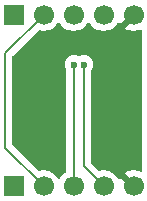
<source format=gbr>
%TF.GenerationSoftware,KiCad,Pcbnew,9.0.2*%
%TF.CreationDate,2025-11-02T17:25:33-06:00*%
%TF.ProjectId,just proximity actually,6a757374-2070-4726-9f78-696d69747920,rev?*%
%TF.SameCoordinates,Original*%
%TF.FileFunction,Copper,L2,Bot*%
%TF.FilePolarity,Positive*%
%FSLAX46Y46*%
G04 Gerber Fmt 4.6, Leading zero omitted, Abs format (unit mm)*
G04 Created by KiCad (PCBNEW 9.0.2) date 2025-11-02 17:25:33*
%MOMM*%
%LPD*%
G01*
G04 APERTURE LIST*
%TA.AperFunction,ComponentPad*%
%ADD10R,1.700000X1.700000*%
%TD*%
%TA.AperFunction,ComponentPad*%
%ADD11C,1.700000*%
%TD*%
%TA.AperFunction,ViaPad*%
%ADD12C,0.600000*%
%TD*%
%TA.AperFunction,Conductor*%
%ADD13C,0.200000*%
%TD*%
G04 APERTURE END LIST*
D10*
%TO.P,J4,1,Pin_1*%
%TO.N,+5V*%
X116320000Y-102100000D03*
D11*
%TO.P,J4,2,Pin_2*%
%TO.N,+3.3V*%
X118860000Y-102100000D03*
%TO.P,J4,3,Pin_3*%
%TO.N,/sda*%
X121400000Y-102100000D03*
%TO.P,J4,4,Pin_4*%
%TO.N,/scl*%
X123940000Y-102100000D03*
%TO.P,J4,5,Pin_5*%
%TO.N,GND*%
X126480000Y-102100000D03*
%TD*%
D10*
%TO.P,J4,1,Pin_1*%
%TO.N,+5V*%
X116320000Y-87600000D03*
D11*
%TO.P,J4,2,Pin_2*%
%TO.N,+3.3V*%
X118860000Y-87600000D03*
%TO.P,J4,3,Pin_3*%
%TO.N,/sda*%
X121400000Y-87600000D03*
%TO.P,J4,4,Pin_4*%
%TO.N,/scl*%
X123940000Y-87600000D03*
%TO.P,J4,5,Pin_5*%
%TO.N,GND*%
X126480000Y-87600000D03*
%TD*%
D12*
%TO.N,/scl*%
X122260000Y-91800000D03*
%TO.N,GND*%
X123300000Y-96300000D03*
X126800000Y-94600000D03*
X123600000Y-99300000D03*
%TO.N,/sda*%
X121460000Y-91800000D03*
%TO.N,GND*%
X125300000Y-92200000D03*
X119500000Y-98500000D03*
X120200000Y-99200000D03*
%TD*%
D13*
%TO.N,/sda*%
X121400000Y-91860000D02*
X121400000Y-102100000D01*
X121460000Y-91800000D02*
X121400000Y-91860000D01*
X121300000Y-101500000D02*
X121400000Y-101600000D01*
%TO.N,/scl*%
X122260000Y-91800000D02*
X122260000Y-100420000D01*
X122260000Y-100420000D02*
X123940000Y-102100000D01*
%TO.N,+3.3V*%
X118860000Y-87600000D02*
X115601000Y-90859000D01*
X115601000Y-90859000D02*
X115601000Y-98841000D01*
X115601000Y-98841000D02*
X118860000Y-102100000D01*
%TD*%
%TA.AperFunction,Conductor*%
%TO.N,GND*%
G36*
X126014075Y-87792993D02*
G01*
X126079901Y-87907007D01*
X126172993Y-88000099D01*
X126287007Y-88065925D01*
X126350589Y-88082962D01*
X125718282Y-88715269D01*
X125718282Y-88715270D01*
X125772449Y-88754624D01*
X125961782Y-88851095D01*
X126163870Y-88916757D01*
X126373754Y-88950000D01*
X126586246Y-88950000D01*
X126796127Y-88916757D01*
X126796130Y-88916757D01*
X126998220Y-88851094D01*
X126998223Y-88851093D01*
X127019203Y-88840403D01*
X127087871Y-88827505D01*
X127152612Y-88853780D01*
X127192871Y-88910885D01*
X127199500Y-88950886D01*
X127199500Y-100749113D01*
X127179815Y-100816152D01*
X127127011Y-100861907D01*
X127057853Y-100871851D01*
X127019206Y-100859598D01*
X126998220Y-100848905D01*
X126796129Y-100783242D01*
X126586246Y-100750000D01*
X126373754Y-100750000D01*
X126163872Y-100783242D01*
X126163869Y-100783242D01*
X125961782Y-100848904D01*
X125772439Y-100945380D01*
X125718282Y-100984727D01*
X125718282Y-100984728D01*
X126350591Y-101617037D01*
X126287007Y-101634075D01*
X126172993Y-101699901D01*
X126079901Y-101792993D01*
X126014075Y-101907007D01*
X125997037Y-101970591D01*
X125364728Y-101338282D01*
X125364727Y-101338282D01*
X125325380Y-101392440D01*
X125325376Y-101392446D01*
X125320760Y-101401505D01*
X125272781Y-101452297D01*
X125204959Y-101469087D01*
X125138826Y-101446543D01*
X125099794Y-101401493D01*
X125095051Y-101392184D01*
X125095049Y-101392181D01*
X125095048Y-101392179D01*
X124970109Y-101220213D01*
X124819786Y-101069890D01*
X124647820Y-100944951D01*
X124458414Y-100848444D01*
X124458413Y-100848443D01*
X124458412Y-100848443D01*
X124256243Y-100782754D01*
X124256241Y-100782753D01*
X124256240Y-100782753D01*
X124094957Y-100757208D01*
X124046287Y-100749500D01*
X123833713Y-100749500D01*
X123805006Y-100754046D01*
X123623757Y-100782753D01*
X123581473Y-100796492D01*
X123511632Y-100798486D01*
X123455476Y-100766241D01*
X122896819Y-100207583D01*
X122863334Y-100146260D01*
X122860500Y-100119902D01*
X122860500Y-92379765D01*
X122880185Y-92312726D01*
X122881398Y-92310874D01*
X122969390Y-92179185D01*
X122969390Y-92179184D01*
X122969394Y-92179179D01*
X123029737Y-92033497D01*
X123060500Y-91878842D01*
X123060500Y-91721158D01*
X123060500Y-91721155D01*
X123060499Y-91721153D01*
X123029738Y-91566510D01*
X123029737Y-91566503D01*
X123029735Y-91566498D01*
X122969397Y-91420827D01*
X122969390Y-91420814D01*
X122881789Y-91289711D01*
X122881786Y-91289707D01*
X122770292Y-91178213D01*
X122770288Y-91178210D01*
X122639185Y-91090609D01*
X122639172Y-91090602D01*
X122493501Y-91030264D01*
X122493489Y-91030261D01*
X122338845Y-90999500D01*
X122338842Y-90999500D01*
X122181158Y-90999500D01*
X122181155Y-90999500D01*
X122026510Y-91030261D01*
X122026498Y-91030264D01*
X121907452Y-91079574D01*
X121837982Y-91087043D01*
X121812548Y-91079574D01*
X121693501Y-91030264D01*
X121693489Y-91030261D01*
X121538845Y-90999500D01*
X121538842Y-90999500D01*
X121381158Y-90999500D01*
X121381155Y-90999500D01*
X121226510Y-91030261D01*
X121226498Y-91030264D01*
X121080827Y-91090602D01*
X121080814Y-91090609D01*
X120949711Y-91178210D01*
X120949707Y-91178213D01*
X120838213Y-91289707D01*
X120838210Y-91289711D01*
X120750609Y-91420814D01*
X120750602Y-91420827D01*
X120690264Y-91566498D01*
X120690261Y-91566510D01*
X120659500Y-91721153D01*
X120659500Y-91878846D01*
X120690261Y-92033489D01*
X120690264Y-92033501D01*
X120750603Y-92179174D01*
X120750604Y-92179175D01*
X120750606Y-92179179D01*
X120778602Y-92221077D01*
X120799480Y-92287754D01*
X120799500Y-92289968D01*
X120799500Y-100814281D01*
X120779815Y-100881320D01*
X120731795Y-100924765D01*
X120692185Y-100944947D01*
X120692184Y-100944948D01*
X120520213Y-101069890D01*
X120369890Y-101220213D01*
X120244949Y-101392182D01*
X120240484Y-101400946D01*
X120192509Y-101451742D01*
X120124688Y-101468536D01*
X120058553Y-101445998D01*
X120019516Y-101400946D01*
X120015050Y-101392182D01*
X119890109Y-101220213D01*
X119739786Y-101069890D01*
X119567820Y-100944951D01*
X119378414Y-100848444D01*
X119378413Y-100848443D01*
X119378412Y-100848443D01*
X119176243Y-100782754D01*
X119176241Y-100782753D01*
X119176240Y-100782753D01*
X119014957Y-100757208D01*
X118966287Y-100749500D01*
X118753713Y-100749500D01*
X118725006Y-100754046D01*
X118543757Y-100782753D01*
X118501473Y-100796492D01*
X118431632Y-100798486D01*
X118375476Y-100766241D01*
X116237819Y-98628584D01*
X116204334Y-98567261D01*
X116201500Y-98540903D01*
X116201500Y-91159096D01*
X116221185Y-91092057D01*
X116237814Y-91071420D01*
X118375478Y-88933755D01*
X118436799Y-88900272D01*
X118501473Y-88903506D01*
X118543757Y-88917246D01*
X118753713Y-88950500D01*
X118753714Y-88950500D01*
X118966286Y-88950500D01*
X118966287Y-88950500D01*
X119176243Y-88917246D01*
X119378412Y-88851557D01*
X119567816Y-88755051D01*
X119622572Y-88715269D01*
X119739786Y-88630109D01*
X119739788Y-88630106D01*
X119739792Y-88630104D01*
X119890104Y-88479792D01*
X119890106Y-88479788D01*
X119890109Y-88479786D01*
X120015048Y-88307820D01*
X120015047Y-88307820D01*
X120015051Y-88307816D01*
X120019514Y-88299054D01*
X120067488Y-88248259D01*
X120135308Y-88231463D01*
X120201444Y-88253999D01*
X120240486Y-88299056D01*
X120244951Y-88307820D01*
X120369890Y-88479786D01*
X120520213Y-88630109D01*
X120692179Y-88755048D01*
X120692181Y-88755049D01*
X120692184Y-88755051D01*
X120881588Y-88851557D01*
X121083757Y-88917246D01*
X121293713Y-88950500D01*
X121293714Y-88950500D01*
X121506286Y-88950500D01*
X121506287Y-88950500D01*
X121716243Y-88917246D01*
X121918412Y-88851557D01*
X122107816Y-88755051D01*
X122162572Y-88715269D01*
X122279786Y-88630109D01*
X122279788Y-88630106D01*
X122279792Y-88630104D01*
X122430104Y-88479792D01*
X122430106Y-88479788D01*
X122430109Y-88479786D01*
X122555048Y-88307820D01*
X122555047Y-88307820D01*
X122555051Y-88307816D01*
X122559514Y-88299054D01*
X122607488Y-88248259D01*
X122675308Y-88231463D01*
X122741444Y-88253999D01*
X122780486Y-88299056D01*
X122784951Y-88307820D01*
X122909890Y-88479786D01*
X123060213Y-88630109D01*
X123232179Y-88755048D01*
X123232181Y-88755049D01*
X123232184Y-88755051D01*
X123421588Y-88851557D01*
X123623757Y-88917246D01*
X123833713Y-88950500D01*
X123833714Y-88950500D01*
X124046286Y-88950500D01*
X124046287Y-88950500D01*
X124256243Y-88917246D01*
X124458412Y-88851557D01*
X124647816Y-88755051D01*
X124702572Y-88715269D01*
X124819786Y-88630109D01*
X124819788Y-88630106D01*
X124819792Y-88630104D01*
X124970104Y-88479792D01*
X124970106Y-88479788D01*
X124970109Y-88479786D01*
X125037515Y-88387007D01*
X125095051Y-88307816D01*
X125099793Y-88298508D01*
X125147763Y-88247711D01*
X125215583Y-88230911D01*
X125281719Y-88253445D01*
X125320763Y-88298500D01*
X125325373Y-88307547D01*
X125364728Y-88361716D01*
X125997036Y-87729407D01*
X126014075Y-87792993D01*
G37*
%TD.AperFunction*%
%TD*%
M02*

</source>
